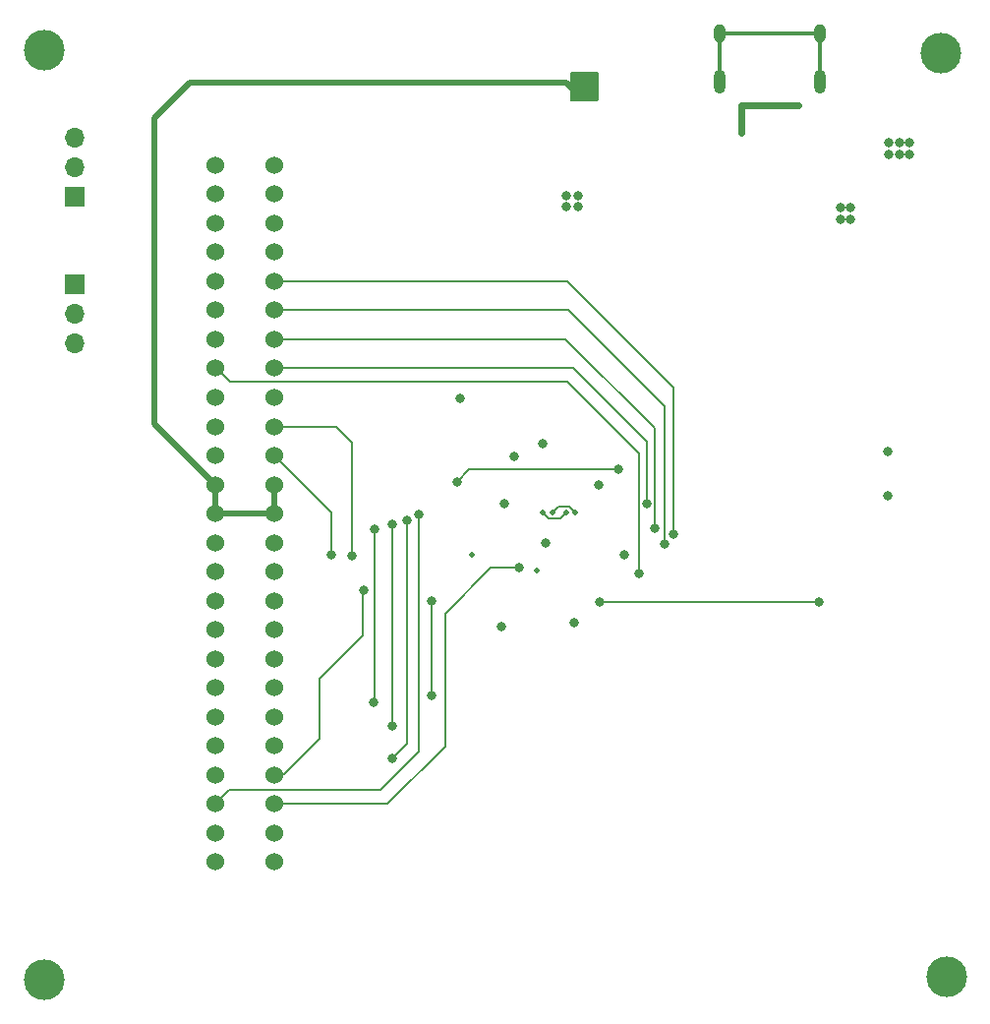
<source format=gbr>
%TF.GenerationSoftware,KiCad,Pcbnew,7.0.6-0*%
%TF.CreationDate,2024-06-08T16:42:38-07:00*%
%TF.ProjectId,pc64,70633634-2e6b-4696-9361-645f70636258,rev?*%
%TF.SameCoordinates,Original*%
%TF.FileFunction,Copper,L4,Bot*%
%TF.FilePolarity,Positive*%
%FSLAX46Y46*%
G04 Gerber Fmt 4.6, Leading zero omitted, Abs format (unit mm)*
G04 Created by KiCad (PCBNEW 7.0.6-0) date 2024-06-08 16:42:38*
%MOMM*%
%LPD*%
G01*
G04 APERTURE LIST*
%TA.AperFunction,ComponentPad*%
%ADD10O,1.000000X2.100000*%
%TD*%
%TA.AperFunction,ComponentPad*%
%ADD11O,1.000000X1.600000*%
%TD*%
%TA.AperFunction,ComponentPad*%
%ADD12C,2.600000*%
%TD*%
%TA.AperFunction,ConnectorPad*%
%ADD13C,3.500000*%
%TD*%
%TA.AperFunction,ComponentPad*%
%ADD14C,1.524000*%
%TD*%
%TA.AperFunction,ComponentPad*%
%ADD15O,1.700000X1.700000*%
%TD*%
%TA.AperFunction,ComponentPad*%
%ADD16R,1.700000X1.700000*%
%TD*%
%TA.AperFunction,ViaPad*%
%ADD17C,0.800000*%
%TD*%
%TA.AperFunction,ViaPad*%
%ADD18C,0.500000*%
%TD*%
%TA.AperFunction,Conductor*%
%ADD19C,0.127000*%
%TD*%
%TA.AperFunction,Conductor*%
%ADD20C,0.150000*%
%TD*%
%TA.AperFunction,Conductor*%
%ADD21C,0.500000*%
%TD*%
%TA.AperFunction,Conductor*%
%ADD22C,0.600000*%
%TD*%
%TA.AperFunction,Conductor*%
%ADD23C,0.200000*%
%TD*%
%TA.AperFunction,Conductor*%
%ADD24C,0.300000*%
%TD*%
G04 APERTURE END LIST*
D10*
%TO.P,J1,S1,SHIELD*%
%TO.N,GND*%
X130050000Y-47597000D03*
D11*
X130050000Y-43417000D03*
D10*
X121410000Y-47597000D03*
D11*
X121410000Y-43417000D03*
%TD*%
D12*
%TO.P,H1,1,1*%
%TO.N,GND*%
X63246000Y-124841000D03*
D13*
X63246000Y-124841000D03*
%TD*%
D12*
%TO.P,H2,1,1*%
%TO.N,GND*%
X63246000Y-44831000D03*
D13*
X63246000Y-44831000D03*
%TD*%
D12*
%TO.P,H4,1,1*%
%TO.N,GND*%
X140970000Y-124587000D03*
D13*
X140970000Y-124587000D03*
%TD*%
D14*
%TO.P,U2,50,GND*%
%TO.N,GND*%
X77978000Y-54756000D03*
%TO.P,U2,49,RAUDIO*%
%TO.N,/CART_RAUDIO*%
X77978000Y-57256000D03*
%TO.P,U2,48,GND*%
%TO.N,GND*%
X77978000Y-59756000D03*
%TO.P,U2,47,GND*%
X77978000Y-62256000D03*
%TO.P,U2,46,VIDEO_SYNC*%
%TO.N,/CART_VIDEO_SYNC*%
X77978000Y-64756000D03*
%TO.P,U2,45,~{NMI}*%
%TO.N,/CART_NMI*%
X77978000Y-67256000D03*
%TO.P,U2,44,~{INT1}*%
%TO.N,/CART_INT1*%
X77978000Y-69756000D03*
%TO.P,U2,43,CIC_DCLK*%
%TO.N,/CIC_CLK*%
X77978000Y-72256000D03*
%TO.P,U2,42,VCC*%
%TO.N,3.3V*%
X77978000Y-74756000D03*
%TO.P,U2,41,AD7*%
%TO.N,/AD7*%
X77978000Y-77256000D03*
%TO.P,U2,40,AD6*%
%TO.N,/AD6*%
X77978000Y-79756000D03*
%TO.P,U2,39,12V*%
%TO.N,/CART_12V*%
X77978000Y-82256000D03*
%TO.P,U2,38,12V_EXP*%
X77978000Y-84756000D03*
%TO.P,U2,37,AD5*%
%TO.N,/AD5*%
X77978000Y-87256000D03*
%TO.P,U2,36,AD4*%
%TO.N,/AD4*%
X77978000Y-89756000D03*
%TO.P,U2,35,ALEH*%
%TO.N,/ALEH*%
X77978000Y-92256000D03*
%TO.P,U2,34,VCC*%
%TO.N,3.3V*%
X77978000Y-94756000D03*
%TO.P,U2,33,ALEL*%
%TO.N,/ALEL*%
X77978000Y-97256000D03*
%TO.P,U2,32,AD3*%
%TO.N,/AD3*%
X77978000Y-99756000D03*
%TO.P,U2,31,GND*%
%TO.N,GND*%
X77978000Y-102256000D03*
%TO.P,U2,30,AD2*%
%TO.N,/AD2*%
X77978000Y-104756000D03*
%TO.P,U2,29,AD1*%
%TO.N,/AD1*%
X77978000Y-107256000D03*
%TO.P,U2,28,AD0*%
%TO.N,/AD0*%
X77978000Y-109756000D03*
%TO.P,U2,27,GND*%
%TO.N,GND*%
X77978000Y-112256000D03*
%TO.P,U2,26,GND*%
X77978000Y-114756000D03*
%TO.P,U2,25,GND*%
X83058000Y-54756000D03*
%TO.P,U2,24,LAUDIO*%
%TO.N,/CART_LAUDIO*%
X83058000Y-57256000D03*
%TO.P,U2,23,GND*%
%TO.N,GND*%
X83058000Y-59756000D03*
%TO.P,U2,22,GND*%
X83058000Y-62256000D03*
%TO.P,U2,21,SI_DAT*%
%TO.N,/N64_SI_DAT*%
X83058000Y-64756000D03*
%TO.P,U2,20,~{COLD_RESET}*%
%TO.N,/COLD_RESET*%
X83058000Y-67256000D03*
%TO.P,U2,19,SI_CLK*%
%TO.N,/N64_SI_CLK*%
X83058000Y-69756000D03*
%TO.P,U2,18,CIC_DIO*%
%TO.N,/CIC_DIO*%
X83058000Y-72256000D03*
%TO.P,U2,17,VCC*%
%TO.N,3.3V*%
X83058000Y-74756000D03*
%TO.P,U2,16,AD8*%
%TO.N,/AD8*%
X83058000Y-77256000D03*
%TO.P,U2,15,AD9*%
%TO.N,/AD9*%
X83058000Y-79756000D03*
%TO.P,U2,14,12V_EXP*%
%TO.N,/CART_12V*%
X83058000Y-82256000D03*
%TO.P,U2,13,12V*%
X83058000Y-84756000D03*
%TO.P,U2,12,AD10*%
%TO.N,/AD10*%
X83058000Y-87256000D03*
%TO.P,U2,11,AD11*%
%TO.N,/AD11*%
X83058000Y-89756000D03*
%TO.P,U2,10,~{READ}*%
%TO.N,/READ*%
X83058000Y-92256000D03*
%TO.P,U2,9,VCC*%
%TO.N,3.3V*%
X83058000Y-94756000D03*
%TO.P,U2,8,~{WRITE}*%
%TO.N,/WRITE*%
X83058000Y-97256000D03*
%TO.P,U2,7,AD12*%
%TO.N,/AD12*%
X83058000Y-99756000D03*
%TO.P,U2,6,GND*%
%TO.N,GND*%
X83058000Y-102256000D03*
%TO.P,U2,5,AD13*%
%TO.N,/AD13*%
X83058000Y-104756000D03*
%TO.P,U2,4,AD14*%
%TO.N,/AD14*%
X83058000Y-107256000D03*
%TO.P,U2,3,AD15*%
%TO.N,/AD15*%
X83058000Y-109756000D03*
%TO.P,U2,2,GND*%
%TO.N,GND*%
X83058000Y-112256000D03*
%TO.P,U2,1,GND*%
X83058000Y-114756000D03*
%TD*%
D15*
%TO.P,CON2,3,3*%
%TO.N,/CART_INT1*%
X65913000Y-70104000D03*
%TO.P,CON2,2,2*%
%TO.N,/CART_NMI*%
X65913000Y-67564000D03*
D16*
%TO.P,CON2,1,1*%
%TO.N,/CART_VIDEO_SYNC*%
X65913000Y-65024000D03*
%TD*%
D12*
%TO.P,H3,1,1*%
%TO.N,GND*%
X140462000Y-45085000D03*
D13*
X140462000Y-45085000D03*
%TD*%
D15*
%TO.P,CON3,3,3*%
%TO.N,GND*%
X65898000Y-52436000D03*
%TO.P,CON3,2,2*%
%TO.N,/CART_RAUDIO*%
X65898000Y-54976000D03*
D16*
%TO.P,CON3,1,1*%
%TO.N,/CART_LAUDIO*%
X65898000Y-57516000D03*
%TD*%
D17*
%TO.N,GND*%
X108204000Y-57404000D03*
X108204000Y-58293000D03*
%TO.N,/CART_12V*%
X110363000Y-48768000D03*
X110363000Y-47498000D03*
X109347000Y-48768000D03*
X109347000Y-47498000D03*
%TO.N,GND*%
X109220000Y-58293000D03*
X109220000Y-57404000D03*
%TO.N,/N64_SI_DAT*%
X117475002Y-86537800D03*
%TO.N,/CIC_DIO*%
X115138200Y-83870800D03*
%TO.N,RUN_PULL*%
X111125000Y-92354400D03*
X130022600Y-92354400D03*
%TO.N,/AD0*%
X95554800Y-84869500D03*
%TO.N,/AD1*%
X93217986Y-105791000D03*
X94488000Y-85344000D03*
%TO.N,/AD2*%
X93218000Y-102997000D03*
X93218000Y-85646992D03*
%TO.N,/AD3*%
X91668600Y-100965000D03*
X91694000Y-86106006D03*
%TO.N,/AD8*%
X89788996Y-88371825D03*
%TO.N,/AD9*%
X88011000Y-88328000D03*
%TO.N,/AD14*%
X90754200Y-91338400D03*
%TO.N,/AD15*%
X104140000Y-89408000D03*
D18*
%TO.N,GND*%
X105664000Y-89662000D03*
D17*
X136906000Y-52832000D03*
D18*
X100076000Y-88265000D03*
D17*
X108906000Y-94113455D03*
X106226600Y-78734061D03*
X136906000Y-53848000D03*
X136017000Y-52832000D03*
X103765077Y-79800500D03*
X136017000Y-53848000D03*
X102670600Y-94482061D03*
X135890000Y-79375000D03*
X135890000Y-83185000D03*
X137795000Y-52832000D03*
X102906000Y-83929000D03*
X111052600Y-82290061D03*
X137795000Y-53848000D03*
X113224645Y-88298000D03*
X106426000Y-87249000D03*
%TO.N,/READ*%
X96672400Y-92278200D03*
X96672400Y-100380800D03*
%TO.N,/CIC_CLK*%
X114477800Y-89916000D03*
%TO.N,/COLD_RESET*%
X116668500Y-87342500D03*
D18*
%TO.N,3.3V*%
X107026000Y-84649000D03*
D17*
X132715000Y-58394598D03*
D18*
X109026000Y-84649000D03*
D17*
X99060000Y-74803000D03*
X131851400Y-58394600D03*
X132715000Y-59410600D03*
X131851400Y-59410600D03*
D18*
%TO.N,Net-(F1-Pad2)*%
X128180000Y-49617000D03*
X123280000Y-52017000D03*
X123280000Y-49617000D03*
D17*
%TO.N,QSPI_CSn_Pull*%
X98806000Y-82042000D03*
X112750600Y-80975200D03*
%TO.N,/N64_SI_CLK*%
X115824000Y-85978984D03*
D18*
%TO.N,Net-(U4-VREG_VOUT)*%
X106226000Y-84649000D03*
X108226000Y-84649000D03*
%TD*%
D19*
%TO.N,/AD15*%
X104140000Y-89408000D02*
X101752400Y-89408000D01*
X97815400Y-93345000D02*
X97815400Y-104775000D01*
X101752400Y-89408000D02*
X97815400Y-93345000D01*
X97815400Y-104775000D02*
X92834400Y-109756000D01*
X92834400Y-109756000D02*
X83058000Y-109756000D01*
D20*
%TO.N,/AD14*%
X90754200Y-91338400D02*
X90741498Y-91351102D01*
X86995000Y-104114600D02*
X83921600Y-107188000D01*
X90741498Y-91351102D02*
X90741498Y-95237302D01*
X90741498Y-95237302D02*
X86995000Y-98983800D01*
X86995000Y-98983800D02*
X86995000Y-104114600D01*
X83921600Y-107188000D02*
X83058000Y-107188000D01*
%TO.N,/AD9*%
X83058000Y-79756000D02*
X83083400Y-79756000D01*
X88011000Y-84683600D02*
X88011000Y-88328000D01*
X83083400Y-79756000D02*
X88011000Y-84683600D01*
D19*
%TO.N,/AD14*%
X83058000Y-107256000D02*
X83058000Y-107188000D01*
D20*
%TO.N,/READ*%
X96672400Y-92278200D02*
X96672400Y-100380800D01*
%TO.N,QSPI_CSn_Pull*%
X99872800Y-80975200D02*
X98806000Y-82042000D01*
X112750600Y-80975200D02*
X99872800Y-80975200D01*
%TO.N,/N64_SI_DAT*%
X117475002Y-73914002D02*
X108317000Y-64756000D01*
X108317000Y-64756000D02*
X83058000Y-64756000D01*
X117475002Y-86537800D02*
X117475002Y-73914002D01*
%TO.N,/CIC_CLK*%
X114503200Y-79603600D02*
X108305600Y-73406000D01*
X114477800Y-89916000D02*
X114503200Y-89890600D01*
X79255001Y-73406000D02*
X78105001Y-72256000D01*
X114503200Y-89890600D02*
X114503200Y-79603600D01*
X108305600Y-73406000D02*
X79255001Y-73406000D01*
%TO.N,/CIC_DIO*%
X115138200Y-78587600D02*
X108806600Y-72256000D01*
X108806600Y-72256000D02*
X83058000Y-72256000D01*
X115138200Y-83870800D02*
X115138200Y-78587600D01*
%TO.N,/COLD_RESET*%
X116668500Y-87342500D02*
X116668500Y-75545900D01*
X108378600Y-67256000D02*
X83058000Y-67256000D01*
X116668500Y-75545900D02*
X108378600Y-67256000D01*
%TO.N,/N64_SI_CLK*%
X83058000Y-69756000D02*
X108186200Y-69756000D01*
X108186200Y-69756000D02*
X115824000Y-77393800D01*
X115824000Y-77393800D02*
X115824000Y-85978984D01*
D19*
%TO.N,RUN_PULL*%
X130022600Y-92354400D02*
X111125000Y-92354400D01*
%TO.N,/AD0*%
X77978000Y-109756000D02*
X79199800Y-108534200D01*
X79199800Y-108534200D02*
X92252800Y-108534200D01*
X92252800Y-108534200D02*
X93853000Y-106934000D01*
D20*
X95554800Y-84869500D02*
X95554800Y-105257600D01*
X95542100Y-105244900D02*
X93853000Y-106934000D01*
%TO.N,/AD3*%
X91668600Y-100965000D02*
X91694000Y-100939600D01*
X91694000Y-100939600D02*
X91694000Y-86106006D01*
D21*
%TO.N,/CART_12V*%
X77978000Y-82256000D02*
X72771000Y-77049000D01*
X72771000Y-77049000D02*
X72771000Y-50673000D01*
X72771000Y-50673000D02*
X75819000Y-47625000D01*
X75819000Y-47625000D02*
X108204000Y-47625000D01*
X108204000Y-47625000D02*
X109347000Y-48768000D01*
D22*
%TO.N,Net-(F1-Pad2)*%
X123280000Y-49617000D02*
X123280000Y-52017000D01*
D21*
%TO.N,/CART_12V*%
X110363000Y-47498000D02*
X109347000Y-47498000D01*
X110363000Y-48768000D02*
X110363000Y-47498000D01*
X109347000Y-48768000D02*
X110363000Y-48768000D01*
D20*
%TO.N,/AD1*%
X94488000Y-104520986D02*
X94488000Y-85344000D01*
X93217986Y-105791000D02*
X94488000Y-104520986D01*
%TO.N,/AD2*%
X93218000Y-102997000D02*
X93218000Y-85646992D01*
D23*
%TO.N,3.3V*%
X109026000Y-84649000D02*
X108524600Y-84147600D01*
X108524600Y-84147600D02*
X107527400Y-84147600D01*
X107527400Y-84147600D02*
X107026000Y-84649000D01*
D20*
%TO.N,/AD8*%
X89789000Y-88371821D02*
X89789000Y-78613000D01*
X89789000Y-78613000D02*
X88432000Y-77256000D01*
X88432000Y-77256000D02*
X83058000Y-77256000D01*
X89789000Y-88371821D02*
X89788996Y-88371825D01*
D24*
%TO.N,GND*%
X121410000Y-47597000D02*
X121410000Y-43417000D01*
X121410000Y-43417000D02*
X130050000Y-43417000D01*
X130050000Y-47597000D02*
X130050000Y-43417000D01*
D22*
%TO.N,Net-(F1-Pad2)*%
X123280000Y-49617000D02*
X128180000Y-49617000D01*
D21*
%TO.N,/CART_12V*%
X83058000Y-84756000D02*
X77978000Y-84756000D01*
X77978000Y-82256000D02*
X77978000Y-84756000D01*
X83058000Y-84756000D02*
X83058000Y-82256000D01*
D23*
%TO.N,Net-(U4-VREG_VOUT)*%
X106226000Y-84649000D02*
X106724600Y-85147600D01*
X107727400Y-85147600D02*
X108226000Y-84649000D01*
X106724600Y-85147600D02*
X107727400Y-85147600D01*
%TD*%
%TA.AperFunction,Conductor*%
%TO.N,/CART_12V*%
G36*
X110941039Y-46755685D02*
G01*
X110986794Y-46808489D01*
X110998000Y-46860000D01*
X110998000Y-49152000D01*
X110978315Y-49219039D01*
X110925511Y-49264794D01*
X110874000Y-49276000D01*
X108709000Y-49276000D01*
X108641961Y-49256315D01*
X108596206Y-49203511D01*
X108585000Y-49152000D01*
X108585000Y-46860000D01*
X108604685Y-46792961D01*
X108657489Y-46747206D01*
X108709000Y-46736000D01*
X110874000Y-46736000D01*
X110941039Y-46755685D01*
G37*
%TD.AperFunction*%
%TD*%
M02*

</source>
